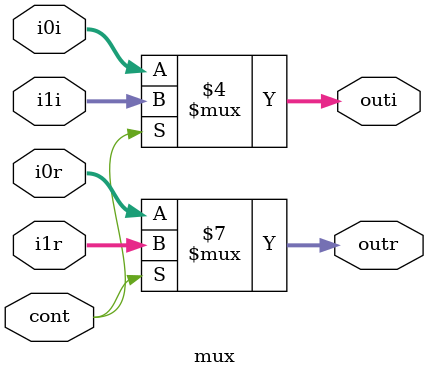
<source format=v>
`timescale 1ns / 1ps

module processor_16_1(xr,xi,c,en,X1r,X1i,X2r,X2i);
input [0:15]xr;
input [0:15]xi;
input c;
input en;
output reg signed [0:15]X1r;
output reg signed [0:15]X1i;
output reg signed [0:15]X2r; 
output reg signed [0:15]X2i; 


reg signed [0:15] shiftr[0:4];
reg signed [0:15] shifti[0:4];

reg [0:15] D1r[0:1];
reg [0:15] D2r[0:1];
reg [0:15] D1i[0:1];
reg [0:15] D2i[0:1];

reg signed [0:15]R1r;
reg signed [0:15]R2r;
reg signed [0:15]R3r;
reg signed [0:15]R4r;
reg signed [0:15]R1i;
reg signed [0:15]R2i;
reg signed [0:15]R3i;
reg signed [0:15]R4i;


reg [0:1]i;
reg [0:1]j;
reg [0:1]k;

reg signed [0:15]W1r[0:3];
reg signed [0:15]W2r[0:3];
reg signed [0:15]w1r;
reg signed [0:15]w2r;
reg signed [0:15]W1i[0:3];
reg signed [0:15]W2i[0:3];
reg signed [0:15]w1i;
reg signed [0:15]w2i;

reg cont1;
reg cont2;

wire signed [0:15] bf1r1r;
wire signed [0:15] bf1r2r;
wire signed [0:15] bf2r1r;
wire signed [0:15] bf2r2r;
wire signed [0:15] bf3r1r;
wire signed [0:15] bf3r2r;
wire signed [0:15] m1outr;
wire signed [0:15] m2outr;
wire signed [0:15] m3outr;
wire signed [0:15] m4outr;
wire signed [0:15] bf1r1i;
wire signed [0:15] bf1r2i;
wire signed [0:15] bf2r1i;
wire signed [0:15] bf2r2i;
wire signed [0:15] bf3r1i;
wire signed [0:15] bf3r2i;
wire signed [0:15] m1outi;
wire signed [0:15] m2outi;
wire signed [0:15] m3outi;
wire signed [0:15] m4outi;


initial begin
//i = 2'b10;j = 2'b10;cont1<=1;k <= 2'b00; cont2<=1;                                                                                                            
i = 2'b00;j = 2'b00;k <= 2'b10; 
cont2<=1;
/*W1r[0] = 16'd32; W1r[1] = 16'd23; W1r[2] = 16'd0;    W1r[3] = -16'd23;   // 0.707*32 = 22.6 = 23
W1i[0] = 16'd0;   W1i[1] = -16'd23; W1i[2] = -16'd32; W1i[3] = -16'd23;                        

W2r[0] = 16'd32; W2r[1] = 16'd0;   W2r[2] = 16'd32; W2r[3] = 16'd0;
W2i[0] = 16'd0;   W2i[1] = -16'd32; W2i[2] = 16'd0;   W2i[3] = -16'd32;                                 
*/

W1r[0] = 16'd2; W1r[1] = 16'd1; W1r[2] = 16'd0;    W1r[3] = -16'd1;   // 0.707=0.5  --> so,divided by 2 later on
W1i[0] = 16'd0;   W1i[1] = -16'd1; W1i[2] = -16'd2; W1i[3] = -16'd1;                        

W2r[0] = 16'd2; W2r[1] = 16'd0;   W2r[2] = 16'd2; W2r[3] = 16'd0;
W2i[0] = 16'd0; W2i[1] = -16'd2; W2i[2] = 16'd0;   W2i[3] = -16'd2;                                 


end                                                                                                                               

always@(posedge c)
begin
if(en)
	begin
	
	shiftr[0] <= xr;
	shiftr[1] <=shiftr[0];
	shiftr[2] <=shiftr[1];
	shiftr[3] <=shiftr[2];
	shiftr[4] <=shiftr[3];
	shifti[0] <= xi;
	shifti[1] <=shifti[0];
	shifti[2] <=shifti[1];
	shifti[3] <=shifti[2];
	shifti[4] <=shifti[3];
	
	end
i <= i+1;
k <= k+1; 

w1r <= W1r[i];
w2r <= W2r[k]; 
w1i <= W1i[i];
w2i <= W2i[k]; 

R1r <= ((w1r*bf1r2r) - (w1i*bf1r2i))/2;///16'd32;  	//real
R1i<= ((w1r*bf1r2i) + (w1i*bf1r2r))/2;///16'd32;	//imag

R2r <= R1r;
R2i <= R1i;

R3r <= m1outr;
R3i <= m1outi;

R4r <= R3r;
R4i <= R3i;

D1r[0]<= ((w2r*bf2r2r) - (w2i*bf2r2i))/2;///16'd32;
D1i[0]<= ((w2r*bf2r2i) + (w2i*bf2r2r))/2;///16'd32;

D1r[1]<=D1r[0];
D1i[1]<=D1i[0];

D2r[0]<=m3outr;
D2i[0]<=m3outi;

D2r[1]<=D2r[0];
D2i[1]<=D2i[0];

cont2 <= ~cont2;

end

always@(posedge c)
begin  j <= j+1; cont1 <= j[0]; end

always@(posedge c)
begin

/*X1r <= D2r[0];
X1i <= D2i[0];
X2r <= m4outr;
X2i <= m4outi;*/
X1r <= bf3r1r;
X1i <= bf3r1i;
X2r <= bf3r2r;
X2i <= bf3r2i;

end

butterfly_16_1 bf1(shiftr[4],shifti[4],shiftr[0],shifti[0],c,bf1r1r,bf1r1i,bf1r2r,bf1r2i);
mux m1(bf1r1r,bf1r1i,R2r,R2i,cont1,m1outr,m1outi);
mux m2(R2r,R2i,bf1r1r,bf1r1i,cont1,m2outr,m2outi);
butterfly_16_1 bf2(R4r,R4i,m2outr,m2outi,c,bf2r1r,bf2r1i,bf2r2r,bf2r2i);
mux m3(bf2r1r,bf2r1i,D1r[0],D1i[0],cont2,m3outr,m3outi);
mux m4(D1r[0],D1i[0],bf2r1r,bf2r1i,cont2,m4outr,m4outi);
butterfly_16_1 bf3(D2r[0],D2i[0],m4outr,m4outi,c,bf3r1r,bf3r1i,bf3r2r,bf3r2i);

endmodule

module mux(i0r,i0i,i1r,i1i,cont,outr,outi);
input [0:15] i0r;
input [0:15] i0i;
input [0:15] i1r;
input [0:15] i1i;
input cont;
output reg signed [0:15] outr;
output reg signed [0:15] outi;

always@(*)
begin
if(cont == 0) begin outr<= i0r;outi<= i0i; end
else begin outr <= i1r; outi <= i1i; end
end

endmodule 
</source>
